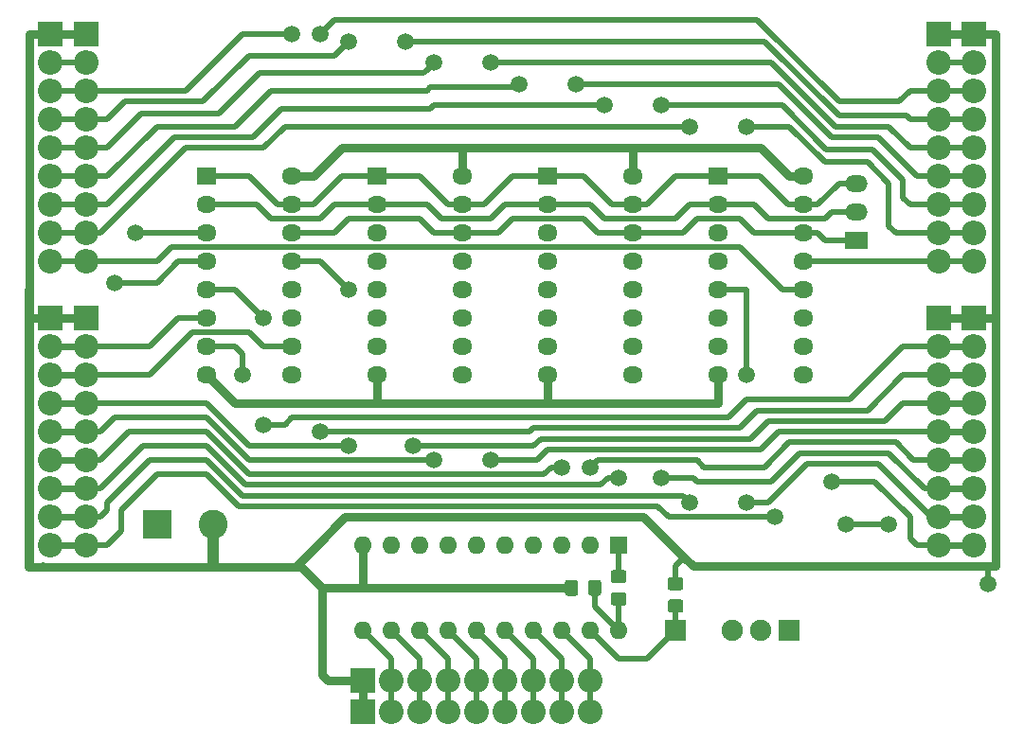
<source format=gbr>
%TF.GenerationSoftware,KiCad,Pcbnew,(5.1.8)-1*%
%TF.CreationDate,2023-02-18T12:33:22+03:00*%
%TF.ProjectId,MUX4x1,4d555834-7831-42e6-9b69-6361645f7063,rev?*%
%TF.SameCoordinates,Original*%
%TF.FileFunction,Copper,L2,Bot*%
%TF.FilePolarity,Positive*%
%FSLAX46Y46*%
G04 Gerber Fmt 4.6, Leading zero omitted, Abs format (unit mm)*
G04 Created by KiCad (PCBNEW (5.1.8)-1) date 2023-02-18 12:33:22*
%MOMM*%
%LPD*%
G01*
G04 APERTURE LIST*
%TA.AperFunction,ComponentPad*%
%ADD10O,1.900000X1.900000*%
%TD*%
%TA.AperFunction,ComponentPad*%
%ADD11R,1.900000X1.900000*%
%TD*%
%TA.AperFunction,ComponentPad*%
%ADD12O,2.200000X2.200000*%
%TD*%
%TA.AperFunction,ComponentPad*%
%ADD13R,2.200000X2.200000*%
%TD*%
%TA.AperFunction,ComponentPad*%
%ADD14O,1.800000X1.500000*%
%TD*%
%TA.AperFunction,ComponentPad*%
%ADD15R,1.800000X1.500000*%
%TD*%
%TA.AperFunction,ComponentPad*%
%ADD16O,2.000000X1.500000*%
%TD*%
%TA.AperFunction,ComponentPad*%
%ADD17R,2.000000X1.500000*%
%TD*%
%TA.AperFunction,ComponentPad*%
%ADD18R,2.600000X2.600000*%
%TD*%
%TA.AperFunction,ComponentPad*%
%ADD19C,2.600000*%
%TD*%
%TA.AperFunction,ComponentPad*%
%ADD20R,1.600000X1.600000*%
%TD*%
%TA.AperFunction,ComponentPad*%
%ADD21O,1.600000X1.600000*%
%TD*%
%TA.AperFunction,ViaPad*%
%ADD22C,1.500000*%
%TD*%
%TA.AperFunction,Conductor*%
%ADD23C,0.800000*%
%TD*%
%TA.AperFunction,Conductor*%
%ADD24C,0.500000*%
%TD*%
%TA.AperFunction,Conductor*%
%ADD25C,1.000000*%
%TD*%
%TA.AperFunction,Conductor*%
%ADD26C,0.600000*%
%TD*%
G04 APERTURE END LIST*
D10*
%TO.P,J14,3*%
%TO.N,/~E*%
X134620000Y-114300000D03*
%TO.P,J14,2*%
%TO.N,/S1*%
X137160000Y-114300000D03*
D11*
%TO.P,J14,1*%
%TO.N,/S0*%
X139700000Y-114300000D03*
%TD*%
%TO.P,R5,2*%
%TO.N,/~OE*%
%TA.AperFunction,SMDPad,CuDef*%
G36*
G01*
X129089999Y-111525000D02*
X129990001Y-111525000D01*
G75*
G02*
X130240000Y-111774999I0J-249999D01*
G01*
X130240000Y-112475001D01*
G75*
G02*
X129990001Y-112725000I-249999J0D01*
G01*
X129089999Y-112725000D01*
G75*
G02*
X128840000Y-112475001I0J249999D01*
G01*
X128840000Y-111774999D01*
G75*
G02*
X129089999Y-111525000I249999J0D01*
G01*
G37*
%TD.AperFunction*%
%TO.P,R5,1*%
%TO.N,GND*%
%TA.AperFunction,SMDPad,CuDef*%
G36*
G01*
X129089999Y-109525000D02*
X129990001Y-109525000D01*
G75*
G02*
X130240000Y-109774999I0J-249999D01*
G01*
X130240000Y-110475001D01*
G75*
G02*
X129990001Y-110725000I-249999J0D01*
G01*
X129089999Y-110725000D01*
G75*
G02*
X128840000Y-110475001I0J249999D01*
G01*
X128840000Y-109774999D01*
G75*
G02*
X129089999Y-109525000I249999J0D01*
G01*
G37*
%TD.AperFunction*%
%TD*%
%TO.P,J13,1*%
%TO.N,/~OE*%
X129540000Y-114300000D03*
%TD*%
%TO.P,C3,2*%
%TO.N,GND*%
%TA.AperFunction,SMDPad,CuDef*%
G36*
G01*
X120835000Y-110015000D02*
X120835000Y-110965000D01*
G75*
G02*
X120585000Y-111215000I-250000J0D01*
G01*
X119910000Y-111215000D01*
G75*
G02*
X119660000Y-110965000I0J250000D01*
G01*
X119660000Y-110015000D01*
G75*
G02*
X119910000Y-109765000I250000J0D01*
G01*
X120585000Y-109765000D01*
G75*
G02*
X120835000Y-110015000I0J-250000D01*
G01*
G37*
%TD.AperFunction*%
%TO.P,C3,1*%
%TO.N,VCC*%
%TA.AperFunction,SMDPad,CuDef*%
G36*
G01*
X122910000Y-110015000D02*
X122910000Y-110965000D01*
G75*
G02*
X122660000Y-111215000I-250000J0D01*
G01*
X121985000Y-111215000D01*
G75*
G02*
X121735000Y-110965000I0J250000D01*
G01*
X121735000Y-110015000D01*
G75*
G02*
X121985000Y-109765000I250000J0D01*
G01*
X122660000Y-109765000D01*
G75*
G02*
X122910000Y-110015000I0J-250000D01*
G01*
G37*
%TD.AperFunction*%
%TD*%
D12*
%TO.P,J12,9*%
%TO.N,/BUS7*%
X121920000Y-121602500D03*
%TO.P,J12,8*%
%TO.N,/BUS6*%
X119380000Y-121602500D03*
%TO.P,J12,7*%
%TO.N,/BUS5*%
X116840000Y-121602500D03*
%TO.P,J12,6*%
%TO.N,/BUS4*%
X114300000Y-121602500D03*
%TO.P,J12,5*%
%TO.N,/BUS3*%
X111760000Y-121602500D03*
%TO.P,J12,4*%
%TO.N,/BUS2*%
X109220000Y-121602500D03*
%TO.P,J12,3*%
%TO.N,/BUS1*%
X106680000Y-121602500D03*
%TO.P,J12,2*%
%TO.N,/BUS0*%
X104140000Y-121602500D03*
D13*
%TO.P,J12,1*%
%TO.N,GND*%
X101600000Y-121602500D03*
%TD*%
D12*
%TO.P,J11,9*%
%TO.N,/D7*%
X156210000Y-81280000D03*
%TO.P,J11,8*%
%TO.N,/D6*%
X156210000Y-78740000D03*
%TO.P,J11,7*%
%TO.N,/D5*%
X156210000Y-76200000D03*
%TO.P,J11,6*%
%TO.N,/D4*%
X156210000Y-73660000D03*
%TO.P,J11,5*%
%TO.N,/D3*%
X156210000Y-71120000D03*
%TO.P,J11,4*%
%TO.N,/D2*%
X156210000Y-68580000D03*
%TO.P,J11,3*%
%TO.N,/D1*%
X156210000Y-66040000D03*
%TO.P,J11,2*%
%TO.N,/D0*%
X156210000Y-63500000D03*
D13*
%TO.P,J11,1*%
%TO.N,GND*%
X156210000Y-60960000D03*
%TD*%
D12*
%TO.P,J10,9*%
%TO.N,/C7*%
X73660000Y-81280000D03*
%TO.P,J10,8*%
%TO.N,/C6*%
X73660000Y-78740000D03*
%TO.P,J10,7*%
%TO.N,/C5*%
X73660000Y-76200000D03*
%TO.P,J10,6*%
%TO.N,/C4*%
X73660000Y-73660000D03*
%TO.P,J10,5*%
%TO.N,/C3*%
X73660000Y-71120000D03*
%TO.P,J10,4*%
%TO.N,/C2*%
X73660000Y-68580000D03*
%TO.P,J10,3*%
%TO.N,/C1*%
X73660000Y-66040000D03*
%TO.P,J10,2*%
%TO.N,/C0*%
X73660000Y-63500000D03*
D13*
%TO.P,J10,1*%
%TO.N,GND*%
X73660000Y-60960000D03*
%TD*%
D12*
%TO.P,J9,9*%
%TO.N,/B7*%
X156210000Y-106680000D03*
%TO.P,J9,8*%
%TO.N,/B6*%
X156210000Y-104140000D03*
%TO.P,J9,7*%
%TO.N,/B5*%
X156210000Y-101600000D03*
%TO.P,J9,6*%
%TO.N,/B4*%
X156210000Y-99060000D03*
%TO.P,J9,5*%
%TO.N,/B3*%
X156210000Y-96520000D03*
%TO.P,J9,4*%
%TO.N,/B2*%
X156210000Y-93980000D03*
%TO.P,J9,3*%
%TO.N,/B1*%
X156210000Y-91440000D03*
%TO.P,J9,2*%
%TO.N,/B0*%
X156210000Y-88900000D03*
D13*
%TO.P,J9,1*%
%TO.N,GND*%
X156210000Y-86360000D03*
%TD*%
D12*
%TO.P,J8,9*%
%TO.N,/A7*%
X73660000Y-106680000D03*
%TO.P,J8,8*%
%TO.N,/A6*%
X73660000Y-104140000D03*
%TO.P,J8,7*%
%TO.N,/A5*%
X73660000Y-101600000D03*
%TO.P,J8,6*%
%TO.N,/A4*%
X73660000Y-99060000D03*
%TO.P,J8,5*%
%TO.N,/A3*%
X73660000Y-96520000D03*
%TO.P,J8,4*%
%TO.N,/A2*%
X73660000Y-93980000D03*
%TO.P,J8,3*%
%TO.N,/A1*%
X73660000Y-91440000D03*
%TO.P,J8,2*%
%TO.N,/A0*%
X73660000Y-88900000D03*
D13*
%TO.P,J8,1*%
%TO.N,GND*%
X73660000Y-86360000D03*
%TD*%
D14*
%TO.P,U2,16*%
%TO.N,VCC*%
X110490000Y-73660000D03*
%TO.P,U2,8*%
%TO.N,GND*%
X102870000Y-91440000D03*
%TO.P,U2,15*%
%TO.N,/~E*%
X110490000Y-76200000D03*
%TO.P,U2,7*%
%TO.N,/O2*%
X102870000Y-88900000D03*
%TO.P,U2,14*%
%TO.N,/S0*%
X110490000Y-78740000D03*
%TO.P,U2,6*%
%TO.N,/A2*%
X102870000Y-86360000D03*
%TO.P,U2,13*%
%TO.N,/D3*%
X110490000Y-81280000D03*
%TO.P,U2,5*%
%TO.N,/B2*%
X102870000Y-83820000D03*
%TO.P,U2,12*%
%TO.N,/C3*%
X110490000Y-83820000D03*
%TO.P,U2,4*%
%TO.N,/C2*%
X102870000Y-81280000D03*
%TO.P,U2,11*%
%TO.N,/B3*%
X110490000Y-86360000D03*
%TO.P,U2,3*%
%TO.N,/D2*%
X102870000Y-78740000D03*
%TO.P,U2,10*%
%TO.N,/A3*%
X110490000Y-88900000D03*
%TO.P,U2,2*%
%TO.N,/S1*%
X102870000Y-76200000D03*
%TO.P,U2,9*%
%TO.N,/O3*%
X110490000Y-91440000D03*
D15*
%TO.P,U2,1*%
%TO.N,/~E*%
X102870000Y-73660000D03*
%TD*%
D16*
%TO.P,J7,3*%
%TO.N,/~E*%
X145732500Y-74295000D03*
%TO.P,J7,2*%
%TO.N,/S1*%
X145732500Y-76835000D03*
D17*
%TO.P,J7,1*%
%TO.N,/S0*%
X145732500Y-79375000D03*
%TD*%
D18*
%TO.P,J1,1*%
%TO.N,VCC*%
X83185000Y-104775000D03*
D19*
%TO.P,J1,2*%
%TO.N,GND*%
X88185000Y-104775000D03*
%TD*%
D13*
%TO.P,J2,1*%
%TO.N,GND*%
X76835000Y-86360000D03*
D12*
%TO.P,J2,2*%
%TO.N,/A0*%
X76835000Y-88900000D03*
%TO.P,J2,3*%
%TO.N,/A1*%
X76835000Y-91440000D03*
%TO.P,J2,4*%
%TO.N,/A2*%
X76835000Y-93980000D03*
%TO.P,J2,5*%
%TO.N,/A3*%
X76835000Y-96520000D03*
%TO.P,J2,6*%
%TO.N,/A4*%
X76835000Y-99060000D03*
%TO.P,J2,7*%
%TO.N,/A5*%
X76835000Y-101600000D03*
%TO.P,J2,8*%
%TO.N,/A6*%
X76835000Y-104140000D03*
%TO.P,J2,9*%
%TO.N,/A7*%
X76835000Y-106680000D03*
%TD*%
%TO.P,J3,9*%
%TO.N,/B7*%
X153035000Y-106680000D03*
%TO.P,J3,8*%
%TO.N,/B6*%
X153035000Y-104140000D03*
%TO.P,J3,7*%
%TO.N,/B5*%
X153035000Y-101600000D03*
%TO.P,J3,6*%
%TO.N,/B4*%
X153035000Y-99060000D03*
%TO.P,J3,5*%
%TO.N,/B3*%
X153035000Y-96520000D03*
%TO.P,J3,4*%
%TO.N,/B2*%
X153035000Y-93980000D03*
%TO.P,J3,3*%
%TO.N,/B1*%
X153035000Y-91440000D03*
%TO.P,J3,2*%
%TO.N,/B0*%
X153035000Y-88900000D03*
D13*
%TO.P,J3,1*%
%TO.N,GND*%
X153035000Y-86360000D03*
%TD*%
%TO.P,J4,1*%
%TO.N,GND*%
X76835000Y-60960000D03*
D12*
%TO.P,J4,2*%
%TO.N,/C0*%
X76835000Y-63500000D03*
%TO.P,J4,3*%
%TO.N,/C1*%
X76835000Y-66040000D03*
%TO.P,J4,4*%
%TO.N,/C2*%
X76835000Y-68580000D03*
%TO.P,J4,5*%
%TO.N,/C3*%
X76835000Y-71120000D03*
%TO.P,J4,6*%
%TO.N,/C4*%
X76835000Y-73660000D03*
%TO.P,J4,7*%
%TO.N,/C5*%
X76835000Y-76200000D03*
%TO.P,J4,8*%
%TO.N,/C6*%
X76835000Y-78740000D03*
%TO.P,J4,9*%
%TO.N,/C7*%
X76835000Y-81280000D03*
%TD*%
%TO.P,J5,9*%
%TO.N,/D7*%
X153035000Y-81280000D03*
%TO.P,J5,8*%
%TO.N,/D6*%
X153035000Y-78740000D03*
%TO.P,J5,7*%
%TO.N,/D5*%
X153035000Y-76200000D03*
%TO.P,J5,6*%
%TO.N,/D4*%
X153035000Y-73660000D03*
%TO.P,J5,5*%
%TO.N,/D3*%
X153035000Y-71120000D03*
%TO.P,J5,4*%
%TO.N,/D2*%
X153035000Y-68580000D03*
%TO.P,J5,3*%
%TO.N,/D1*%
X153035000Y-66040000D03*
%TO.P,J5,2*%
%TO.N,/D0*%
X153035000Y-63500000D03*
D13*
%TO.P,J5,1*%
%TO.N,GND*%
X153035000Y-60960000D03*
%TD*%
%TO.P,J6,1*%
%TO.N,GND*%
X101600000Y-118745000D03*
D12*
%TO.P,J6,2*%
%TO.N,/BUS0*%
X104140000Y-118745000D03*
%TO.P,J6,3*%
%TO.N,/BUS1*%
X106680000Y-118745000D03*
%TO.P,J6,4*%
%TO.N,/BUS2*%
X109220000Y-118745000D03*
%TO.P,J6,5*%
%TO.N,/BUS3*%
X111760000Y-118745000D03*
%TO.P,J6,6*%
%TO.N,/BUS4*%
X114300000Y-118745000D03*
%TO.P,J6,7*%
%TO.N,/BUS5*%
X116840000Y-118745000D03*
%TO.P,J6,8*%
%TO.N,/BUS6*%
X119380000Y-118745000D03*
%TO.P,J6,9*%
%TO.N,/BUS7*%
X121920000Y-118745000D03*
%TD*%
D15*
%TO.P,U1,1*%
%TO.N,/~E*%
X87630000Y-73660000D03*
D14*
%TO.P,U1,9*%
%TO.N,/O1*%
X95250000Y-91440000D03*
%TO.P,U1,2*%
%TO.N,/S1*%
X87630000Y-76200000D03*
%TO.P,U1,10*%
%TO.N,/A1*%
X95250000Y-88900000D03*
%TO.P,U1,3*%
%TO.N,/D0*%
X87630000Y-78740000D03*
%TO.P,U1,11*%
%TO.N,/B1*%
X95250000Y-86360000D03*
%TO.P,U1,4*%
%TO.N,/C0*%
X87630000Y-81280000D03*
%TO.P,U1,12*%
%TO.N,/C1*%
X95250000Y-83820000D03*
%TO.P,U1,5*%
%TO.N,/B0*%
X87630000Y-83820000D03*
%TO.P,U1,13*%
%TO.N,/D1*%
X95250000Y-81280000D03*
%TO.P,U1,6*%
%TO.N,/A0*%
X87630000Y-86360000D03*
%TO.P,U1,14*%
%TO.N,/S0*%
X95250000Y-78740000D03*
%TO.P,U1,7*%
%TO.N,/O0*%
X87630000Y-88900000D03*
%TO.P,U1,15*%
%TO.N,/~E*%
X95250000Y-76200000D03*
%TO.P,U1,8*%
%TO.N,GND*%
X87630000Y-91440000D03*
%TO.P,U1,16*%
%TO.N,VCC*%
X95250000Y-73660000D03*
%TD*%
D15*
%TO.P,U3,1*%
%TO.N,/~E*%
X118110000Y-73660000D03*
D14*
%TO.P,U3,9*%
%TO.N,/O5*%
X125730000Y-91440000D03*
%TO.P,U3,2*%
%TO.N,/S1*%
X118110000Y-76200000D03*
%TO.P,U3,10*%
%TO.N,/A5*%
X125730000Y-88900000D03*
%TO.P,U3,3*%
%TO.N,/D4*%
X118110000Y-78740000D03*
%TO.P,U3,11*%
%TO.N,/B5*%
X125730000Y-86360000D03*
%TO.P,U3,4*%
%TO.N,/C4*%
X118110000Y-81280000D03*
%TO.P,U3,12*%
%TO.N,/C5*%
X125730000Y-83820000D03*
%TO.P,U3,5*%
%TO.N,/B4*%
X118110000Y-83820000D03*
%TO.P,U3,13*%
%TO.N,/D5*%
X125730000Y-81280000D03*
%TO.P,U3,6*%
%TO.N,/A4*%
X118110000Y-86360000D03*
%TO.P,U3,14*%
%TO.N,/S0*%
X125730000Y-78740000D03*
%TO.P,U3,7*%
%TO.N,/O4*%
X118110000Y-88900000D03*
%TO.P,U3,15*%
%TO.N,/~E*%
X125730000Y-76200000D03*
%TO.P,U3,8*%
%TO.N,GND*%
X118110000Y-91440000D03*
%TO.P,U3,16*%
%TO.N,VCC*%
X125730000Y-73660000D03*
%TD*%
%TO.P,U4,16*%
%TO.N,VCC*%
X140970000Y-73660000D03*
%TO.P,U4,8*%
%TO.N,GND*%
X133350000Y-91440000D03*
%TO.P,U4,15*%
%TO.N,/~E*%
X140970000Y-76200000D03*
%TO.P,U4,7*%
%TO.N,/O6*%
X133350000Y-88900000D03*
%TO.P,U4,14*%
%TO.N,/S0*%
X140970000Y-78740000D03*
%TO.P,U4,6*%
%TO.N,/A6*%
X133350000Y-86360000D03*
%TO.P,U4,13*%
%TO.N,/D7*%
X140970000Y-81280000D03*
%TO.P,U4,5*%
%TO.N,/B6*%
X133350000Y-83820000D03*
%TO.P,U4,12*%
%TO.N,/C7*%
X140970000Y-83820000D03*
%TO.P,U4,4*%
%TO.N,/C6*%
X133350000Y-81280000D03*
%TO.P,U4,11*%
%TO.N,/B7*%
X140970000Y-86360000D03*
%TO.P,U4,3*%
%TO.N,/D6*%
X133350000Y-78740000D03*
%TO.P,U4,10*%
%TO.N,/A7*%
X140970000Y-88900000D03*
%TO.P,U4,2*%
%TO.N,/S1*%
X133350000Y-76200000D03*
%TO.P,U4,9*%
%TO.N,/O7*%
X140970000Y-91440000D03*
D15*
%TO.P,U4,1*%
%TO.N,/~E*%
X133350000Y-73660000D03*
%TD*%
%TO.P,R4,1*%
%TO.N,Net-(R4-Pad1)*%
%TA.AperFunction,SMDPad,CuDef*%
G36*
G01*
X124009999Y-108890000D02*
X124910001Y-108890000D01*
G75*
G02*
X125160000Y-109139999I0J-249999D01*
G01*
X125160000Y-109840001D01*
G75*
G02*
X124910001Y-110090000I-249999J0D01*
G01*
X124009999Y-110090000D01*
G75*
G02*
X123760000Y-109840001I0J249999D01*
G01*
X123760000Y-109139999D01*
G75*
G02*
X124009999Y-108890000I249999J0D01*
G01*
G37*
%TD.AperFunction*%
%TO.P,R4,2*%
%TO.N,VCC*%
%TA.AperFunction,SMDPad,CuDef*%
G36*
G01*
X124009999Y-110890000D02*
X124910001Y-110890000D01*
G75*
G02*
X125160000Y-111139999I0J-249999D01*
G01*
X125160000Y-111840001D01*
G75*
G02*
X124910001Y-112090000I-249999J0D01*
G01*
X124009999Y-112090000D01*
G75*
G02*
X123760000Y-111840001I0J249999D01*
G01*
X123760000Y-111139999D01*
G75*
G02*
X124009999Y-110890000I249999J0D01*
G01*
G37*
%TD.AperFunction*%
%TD*%
D20*
%TO.P,U5,1*%
%TO.N,Net-(R4-Pad1)*%
X124460000Y-106680000D03*
D21*
%TO.P,U5,11*%
%TO.N,/BUS0*%
X101600000Y-114300000D03*
%TO.P,U5,2*%
%TO.N,/O7*%
X121920000Y-106680000D03*
%TO.P,U5,12*%
%TO.N,/BUS1*%
X104140000Y-114300000D03*
%TO.P,U5,3*%
%TO.N,/O6*%
X119380000Y-106680000D03*
%TO.P,U5,13*%
%TO.N,/BUS2*%
X106680000Y-114300000D03*
%TO.P,U5,4*%
%TO.N,/O5*%
X116840000Y-106680000D03*
%TO.P,U5,14*%
%TO.N,/BUS3*%
X109220000Y-114300000D03*
%TO.P,U5,5*%
%TO.N,/O4*%
X114300000Y-106680000D03*
%TO.P,U5,15*%
%TO.N,/BUS4*%
X111760000Y-114300000D03*
%TO.P,U5,6*%
%TO.N,/O3*%
X111760000Y-106680000D03*
%TO.P,U5,16*%
%TO.N,/BUS5*%
X114300000Y-114300000D03*
%TO.P,U5,7*%
%TO.N,/O2*%
X109220000Y-106680000D03*
%TO.P,U5,17*%
%TO.N,/BUS6*%
X116840000Y-114300000D03*
%TO.P,U5,8*%
%TO.N,/O1*%
X106680000Y-106680000D03*
%TO.P,U5,18*%
%TO.N,/BUS7*%
X119380000Y-114300000D03*
%TO.P,U5,9*%
%TO.N,/O0*%
X104140000Y-106680000D03*
%TO.P,U5,19*%
%TO.N,/~OE*%
X121920000Y-114300000D03*
%TO.P,U5,10*%
%TO.N,GND*%
X101600000Y-106680000D03*
%TO.P,U5,20*%
%TO.N,VCC*%
X124460000Y-114300000D03*
%TD*%
D22*
%TO.N,GND*%
X157480000Y-110172500D03*
%TO.N,/A2*%
X100330000Y-97790000D03*
%TO.N,/A3*%
X107950000Y-99060000D03*
%TO.N,/A4*%
X119380000Y-99695000D03*
%TO.N,/A5*%
X124460000Y-100647500D03*
%TO.N,/A6*%
X130810000Y-102870000D03*
%TO.N,/A7*%
X138430000Y-104140000D03*
%TO.N,/B7*%
X143510000Y-100965000D03*
%TO.N,/B6*%
X135890000Y-102870000D03*
X135890000Y-91440000D03*
%TO.N,/B5*%
X128270000Y-100647500D03*
%TO.N,/B4*%
X121920000Y-99695000D03*
%TO.N,/B3*%
X113030000Y-99060000D03*
%TO.N,/B2*%
X106045000Y-97790000D03*
%TO.N,/B1*%
X97790000Y-96520000D03*
%TO.N,/B0*%
X92710000Y-95885000D03*
X92710000Y-86360000D03*
%TO.N,/C0*%
X79375000Y-83185000D03*
%TO.N,/C1*%
X95250000Y-60960000D03*
%TO.N,/C2*%
X100330000Y-61595000D03*
%TO.N,/C3*%
X107950000Y-63500000D03*
%TO.N,/C4*%
X115570000Y-65405000D03*
%TO.N,/C5*%
X123190000Y-67310000D03*
%TO.N,/C6*%
X130810000Y-69215000D03*
%TO.N,/D6*%
X135890000Y-69215000D03*
%TO.N,/D5*%
X128270000Y-67310000D03*
%TO.N,/D4*%
X120650000Y-65405000D03*
%TO.N,/D3*%
X113030000Y-63500000D03*
%TO.N,/D2*%
X105410000Y-61595000D03*
%TO.N,/D1*%
X97790000Y-60960000D03*
X100330000Y-83820000D03*
%TO.N,/D0*%
X81280000Y-78740000D03*
%TO.N,/O0*%
X90805000Y-91440000D03*
%TO.N,/S1*%
X148590000Y-104775000D03*
X144780000Y-104775000D03*
%TD*%
D23*
%TO.N,VCC*%
X110490000Y-71120000D02*
X110490000Y-73660000D01*
X125730000Y-71120000D02*
X125730000Y-73660000D01*
X140970000Y-73660000D02*
X139700000Y-73660000D01*
X139700000Y-73660000D02*
X137160000Y-71120000D01*
X125730000Y-71120000D02*
X137160000Y-71120000D01*
X97155000Y-73660000D02*
X99695000Y-71120000D01*
X95250000Y-73660000D02*
X97155000Y-73660000D01*
X99695000Y-71120000D02*
X110490000Y-71120000D01*
D24*
X124460000Y-111490000D02*
X124460000Y-114300000D01*
D23*
X110490000Y-71120000D02*
X125730000Y-71120000D01*
D24*
X122322500Y-112162500D02*
X124460000Y-114300000D01*
X122322500Y-110490000D02*
X122322500Y-112162500D01*
D23*
%TO.N,GND*%
X133350000Y-108565000D02*
X133340000Y-108575000D01*
X133340000Y-108575000D02*
X150505000Y-108575000D01*
X133350000Y-91440000D02*
X133350000Y-93980000D01*
X102870000Y-91440000D02*
X102870000Y-93980000D01*
X118110000Y-91440000D02*
X118110000Y-93980000D01*
X118110000Y-93980000D02*
X133350000Y-93980000D01*
X102870000Y-93980000D02*
X118110000Y-93980000D01*
X153035000Y-86360000D02*
X156210000Y-86360000D01*
X158115000Y-83820000D02*
X158115000Y-108575000D01*
X156210000Y-86360000D02*
X158115000Y-86360000D01*
X72995010Y-108594990D02*
X73015000Y-108575000D01*
X71755000Y-108594990D02*
X72995010Y-108594990D01*
X71755000Y-88900000D02*
X71755000Y-108594990D01*
X71745010Y-88890010D02*
X71755000Y-88900000D01*
X71745010Y-83820000D02*
X71745010Y-88890010D01*
X76835000Y-86360000D02*
X71745010Y-86360000D01*
D25*
X88185000Y-104775000D02*
X88185000Y-108520000D01*
D23*
X72995010Y-108594990D02*
X88185000Y-108594990D01*
X88185000Y-108594990D02*
X95557510Y-108594990D01*
X97155000Y-106997500D02*
X95557510Y-108594990D01*
X158115000Y-60960000D02*
X153035000Y-60960000D01*
X158115000Y-83820000D02*
X158115000Y-60960000D01*
X71745010Y-108594990D02*
X73058988Y-108594990D01*
X71745010Y-83820000D02*
X71745010Y-108594990D01*
X71755000Y-107291002D02*
X71755000Y-60960000D01*
X71755000Y-60960000D02*
X76835000Y-60960000D01*
X90170000Y-93980000D02*
X87630000Y-91440000D01*
X102870000Y-93980000D02*
X90170000Y-93980000D01*
X100012500Y-104140000D02*
X125095000Y-104140000D01*
X97155000Y-106997500D02*
X100012500Y-104140000D01*
X96053339Y-108594990D02*
X97948349Y-110490000D01*
X95557510Y-108594990D02*
X96053339Y-108594990D01*
X101600000Y-106680000D02*
X101600000Y-110490000D01*
X101600000Y-110490000D02*
X120247500Y-110490000D01*
X97948349Y-110490000D02*
X101600000Y-110490000D01*
X101600000Y-121602500D02*
X101600000Y-118745000D01*
X101600000Y-118745000D02*
X98425000Y-118745000D01*
X97948349Y-118268349D02*
X97948349Y-110490000D01*
X98425000Y-118745000D02*
X97948349Y-118268349D01*
X150505000Y-108575000D02*
X158115000Y-108575000D01*
D24*
X129530000Y-110115000D02*
X129540000Y-110125000D01*
X129530000Y-108575000D02*
X129530000Y-110115000D01*
X157480000Y-108585000D02*
X157480000Y-110172500D01*
D23*
X125095000Y-104140000D02*
X126682500Y-104140000D01*
X133340000Y-108575000D02*
X131117500Y-108575000D01*
D24*
X129550000Y-108575000D02*
X130333750Y-107791250D01*
X129530000Y-108575000D02*
X129550000Y-108575000D01*
D23*
X130333750Y-107791250D02*
X131117500Y-108575000D01*
X126682500Y-104140000D02*
X130333750Y-107791250D01*
D24*
%TO.N,/A0*%
X85090000Y-86360000D02*
X87630000Y-86360000D01*
X82550000Y-88900000D02*
X85090000Y-86360000D01*
X76200000Y-88900000D02*
X82550000Y-88900000D01*
D26*
X73660000Y-88900000D02*
X76835000Y-88900000D01*
%TO.N,/A1*%
X73660000Y-91440000D02*
X76835000Y-91440000D01*
D24*
X91440000Y-87630000D02*
X92710000Y-88900000D01*
X93345000Y-88900000D02*
X95250000Y-88900000D01*
X92710000Y-88900000D02*
X93345000Y-88900000D01*
X86360000Y-87630000D02*
X91440000Y-87630000D01*
X82550000Y-91440000D02*
X86360000Y-87630000D01*
X76200000Y-91440000D02*
X82550000Y-91440000D01*
D26*
%TO.N,/A2*%
X73660000Y-93980000D02*
X76835000Y-93980000D01*
D24*
X91440000Y-97790000D02*
X100330000Y-97790000D01*
X87630000Y-93980000D02*
X91440000Y-97790000D01*
X76200000Y-93980000D02*
X87630000Y-93980000D01*
D26*
%TO.N,/A3*%
X73660000Y-96520000D02*
X76835000Y-96520000D01*
D24*
X78105000Y-96520000D02*
X76200000Y-96520000D01*
X79375000Y-95250000D02*
X78105000Y-96520000D01*
X87630000Y-95250000D02*
X79375000Y-95250000D01*
X91440000Y-99060000D02*
X87630000Y-95250000D01*
X107950000Y-99060000D02*
X91440000Y-99060000D01*
D26*
%TO.N,/A4*%
X73660000Y-99060000D02*
X76835000Y-99060000D01*
D24*
X78105000Y-99060000D02*
X76200000Y-99060000D01*
X80645000Y-96520000D02*
X78105000Y-99060000D01*
X87630000Y-96520000D02*
X80645000Y-96520000D01*
X91440000Y-100330000D02*
X87630000Y-96520000D01*
X117792500Y-100330000D02*
X91440000Y-100330000D01*
X118427500Y-99695000D02*
X117792500Y-100330000D01*
X119380000Y-99695000D02*
X118427500Y-99695000D01*
D26*
%TO.N,/A5*%
X73660000Y-101600000D02*
X76835000Y-101600000D01*
D24*
X78105000Y-101600000D02*
X76200000Y-101600000D01*
X81915000Y-97790000D02*
X78105000Y-101600000D01*
X87630000Y-97790000D02*
X81915000Y-97790000D01*
X91122500Y-101282500D02*
X87630000Y-97790000D01*
X122872500Y-101282500D02*
X91122500Y-101282500D01*
X123507500Y-100647500D02*
X122872500Y-101282500D01*
X124460000Y-100647500D02*
X123507500Y-100647500D01*
D26*
%TO.N,/A6*%
X73660000Y-104140000D02*
X76835000Y-104140000D01*
D24*
X130175000Y-102235000D02*
X130810000Y-102870000D01*
X90805000Y-102235000D02*
X130175000Y-102235000D01*
X87630000Y-99060000D02*
X90805000Y-102235000D01*
X82550000Y-99060000D02*
X87630000Y-99060000D01*
X78740000Y-102870000D02*
X82550000Y-99060000D01*
X78740000Y-103505000D02*
X78740000Y-102870000D01*
X78105000Y-104140000D02*
X78740000Y-103505000D01*
X76200000Y-104140000D02*
X78105000Y-104140000D01*
D26*
%TO.N,/A7*%
X73660000Y-106680000D02*
X76835000Y-106680000D01*
D24*
X87630000Y-100330000D02*
X90487500Y-103187500D01*
X83185000Y-100330000D02*
X87630000Y-100330000D01*
X90487500Y-103187500D02*
X127952500Y-103187500D01*
X80010000Y-103505000D02*
X83185000Y-100330000D01*
X80010000Y-105410000D02*
X80010000Y-103505000D01*
X128905000Y-104140000D02*
X138430000Y-104140000D01*
X127952500Y-103187500D02*
X128905000Y-104140000D01*
X78740000Y-106680000D02*
X80010000Y-105410000D01*
X76835000Y-106680000D02*
X78740000Y-106680000D01*
D26*
%TO.N,/B7*%
X153035000Y-106680000D02*
X156210000Y-106680000D01*
D24*
X143510000Y-100965000D02*
X147320000Y-100965000D01*
X147320000Y-100965000D02*
X150495000Y-104140000D01*
X150495000Y-106045000D02*
X151130000Y-106680000D01*
X150495000Y-104140000D02*
X150495000Y-106045000D01*
X153670000Y-106680000D02*
X151130000Y-106680000D01*
%TO.N,/B6*%
X133350000Y-83820000D02*
X135890000Y-83820000D01*
X135890000Y-83820000D02*
X135890000Y-91440000D01*
D26*
X153035000Y-104140000D02*
X156210000Y-104140000D01*
D24*
X146050000Y-99377500D02*
X141287500Y-99377500D01*
X141287500Y-99377500D02*
X137795000Y-102870000D01*
X135890000Y-102870000D02*
X137795000Y-102870000D01*
X146050000Y-99377500D02*
X147637500Y-99377500D01*
X152400000Y-104140000D02*
X153035000Y-104140000D01*
X147637500Y-99377500D02*
X152400000Y-104140000D01*
D26*
%TO.N,/B5*%
X153035000Y-101600000D02*
X156210000Y-101600000D01*
D24*
X151765000Y-101600000D02*
X153670000Y-101600000D01*
X148590000Y-98425000D02*
X151765000Y-101600000D01*
X140652500Y-98425000D02*
X148590000Y-98425000D01*
X138112500Y-100965000D02*
X140652500Y-98425000D01*
X131127500Y-100647500D02*
X131445000Y-100965000D01*
X128270000Y-100647500D02*
X131127500Y-100647500D01*
X131445000Y-100965000D02*
X138112500Y-100965000D01*
D26*
%TO.N,/B4*%
X153035000Y-99060000D02*
X156210000Y-99060000D01*
D24*
X150812500Y-99060000D02*
X153670000Y-99060000D01*
X149225000Y-97472500D02*
X150812500Y-99060000D01*
X139700000Y-97472500D02*
X149225000Y-97472500D01*
X137477500Y-99695000D02*
X139700000Y-97472500D01*
X132080000Y-99695000D02*
X137477500Y-99695000D01*
X131445000Y-99060000D02*
X132080000Y-99695000D01*
X122555000Y-99060000D02*
X131445000Y-99060000D01*
X121920000Y-99695000D02*
X122555000Y-99060000D01*
D26*
%TO.N,/B3*%
X153035000Y-96520000D02*
X156210000Y-96520000D01*
D24*
X138747500Y-96520000D02*
X153670000Y-96520000D01*
X137160000Y-98107500D02*
X138747500Y-96520000D01*
X118110000Y-98107500D02*
X137160000Y-98107500D01*
X117157500Y-99060000D02*
X118110000Y-98107500D01*
X113030000Y-99060000D02*
X117157500Y-99060000D01*
D26*
%TO.N,/B2*%
X153035000Y-93980000D02*
X156210000Y-93980000D01*
D24*
X149860000Y-93980000D02*
X153670000Y-93980000D01*
X148272500Y-95567500D02*
X149860000Y-93980000D01*
X136207500Y-97155000D02*
X137795000Y-95567500D01*
X117475000Y-97155000D02*
X136207500Y-97155000D01*
X116840000Y-97790000D02*
X117475000Y-97155000D01*
X137795000Y-95567500D02*
X148272500Y-95567500D01*
X106045000Y-97790000D02*
X116840000Y-97790000D01*
D26*
%TO.N,/B1*%
X153035000Y-91440000D02*
X156210000Y-91440000D01*
D24*
X149860000Y-91440000D02*
X153670000Y-91440000D01*
X146685000Y-94615000D02*
X149860000Y-91440000D01*
X136842500Y-94615000D02*
X146685000Y-94615000D01*
X135255000Y-96202500D02*
X136842500Y-94615000D01*
X116840000Y-96202500D02*
X135255000Y-96202500D01*
X116522500Y-96520000D02*
X116840000Y-96202500D01*
X97790000Y-96520000D02*
X116522500Y-96520000D01*
D26*
%TO.N,/B0*%
X153035000Y-88900000D02*
X156210000Y-88900000D01*
D24*
X94615000Y-95885000D02*
X92710000Y-95885000D01*
X95250000Y-95250000D02*
X94615000Y-95885000D01*
X153670000Y-88900000D02*
X149860000Y-88900000D01*
X135890000Y-93662500D02*
X134302500Y-95250000D01*
X145097500Y-93662500D02*
X135890000Y-93662500D01*
X134302500Y-95250000D02*
X95250000Y-95250000D01*
X149860000Y-88900000D02*
X145097500Y-93662500D01*
X90170000Y-83820000D02*
X87630000Y-83820000D01*
X92710000Y-86360000D02*
X90170000Y-83820000D01*
%TO.N,/C0*%
X87630000Y-81280000D02*
X85090000Y-81280000D01*
X85090000Y-81280000D02*
X83185000Y-83185000D01*
X83185000Y-83185000D02*
X79375000Y-83185000D01*
X73660000Y-63500000D02*
X76835000Y-63500000D01*
%TO.N,/C1*%
X73660000Y-66040000D02*
X85725000Y-66040000D01*
X95250000Y-60960000D02*
X90805000Y-60960000D01*
X85725000Y-66040000D02*
X90805000Y-60960000D01*
%TO.N,/C2*%
X78740000Y-68580000D02*
X73660000Y-68580000D01*
X80327500Y-66992500D02*
X78740000Y-68580000D01*
X87312500Y-66992500D02*
X80327500Y-66992500D01*
X99377500Y-62547500D02*
X100330000Y-61595000D01*
X99060000Y-62865000D02*
X99377500Y-62547500D01*
X91440000Y-62865000D02*
X99060000Y-62865000D01*
X91440000Y-62865000D02*
X87312500Y-66992500D01*
%TO.N,/C3*%
X78740000Y-71120000D02*
X73660000Y-71120000D01*
X81756250Y-68103750D02*
X78740000Y-71120000D01*
X88741250Y-68103750D02*
X81756250Y-68103750D01*
X107315000Y-64135000D02*
X107950000Y-63500000D01*
X106997500Y-64452500D02*
X107315000Y-64135000D01*
X92392500Y-64452500D02*
X106997500Y-64452500D01*
X92392500Y-64452500D02*
X88741250Y-68103750D01*
%TO.N,/C4*%
X78740000Y-73660000D02*
X73660000Y-73660000D01*
X83185000Y-69215000D02*
X78740000Y-73660000D01*
X90170000Y-69215000D02*
X83185000Y-69215000D01*
X115252500Y-65722500D02*
X115570000Y-65405000D01*
X107315000Y-66040000D02*
X107632500Y-65722500D01*
X93345000Y-66040000D02*
X107315000Y-66040000D01*
X107632500Y-65722500D02*
X115252500Y-65722500D01*
X93345000Y-66040000D02*
X90170000Y-69215000D01*
%TO.N,/C5*%
X84772500Y-70167500D02*
X91757500Y-70167500D01*
X78740000Y-76200000D02*
X84772500Y-70167500D01*
X73660000Y-76200000D02*
X78740000Y-76200000D01*
X107632500Y-67627500D02*
X107950000Y-67310000D01*
X94297500Y-67627500D02*
X107632500Y-67627500D01*
X107950000Y-67310000D02*
X123190000Y-67310000D01*
X91757500Y-70167500D02*
X94297500Y-67627500D01*
%TO.N,/C6*%
X94615000Y-69215000D02*
X130810000Y-69215000D01*
X92710000Y-71120000D02*
X94615000Y-69215000D01*
X85725000Y-71120000D02*
X92710000Y-71120000D01*
X78105000Y-78740000D02*
X85725000Y-71120000D01*
X73660000Y-78740000D02*
X78105000Y-78740000D01*
%TO.N,/C7*%
X139065000Y-83820000D02*
X140970000Y-83820000D01*
X135255000Y-80010000D02*
X139065000Y-83820000D01*
X84455000Y-80010000D02*
X135255000Y-80010000D01*
X83185000Y-81280000D02*
X84455000Y-80010000D01*
X73660000Y-81280000D02*
X83185000Y-81280000D01*
%TO.N,/D7*%
X140970000Y-81280000D02*
X142875000Y-81280000D01*
X142875000Y-81280000D02*
X146050000Y-81280000D01*
X153035000Y-81280000D02*
X148590000Y-81280000D01*
X146050000Y-81280000D02*
X148590000Y-81280000D01*
X153035000Y-81280000D02*
X156210000Y-81280000D01*
%TO.N,/D6*%
X148590000Y-78105000D02*
X148590000Y-74295000D01*
X149225000Y-78740000D02*
X148590000Y-78105000D01*
X156210000Y-78740000D02*
X149225000Y-78740000D01*
X142875000Y-72390000D02*
X139700000Y-69215000D01*
X146685000Y-72390000D02*
X142875000Y-72390000D01*
X139700000Y-69215000D02*
X135890000Y-69215000D01*
X148590000Y-74295000D02*
X146685000Y-72390000D01*
%TO.N,/D5*%
X139065000Y-67310000D02*
X128270000Y-67310000D01*
X143033750Y-71278750D02*
X139065000Y-67310000D01*
X147161250Y-71278750D02*
X143033750Y-71278750D01*
X149860000Y-73977500D02*
X147161250Y-71278750D01*
X149860000Y-75565000D02*
X149860000Y-73977500D01*
X150495000Y-76200000D02*
X149860000Y-75565000D01*
X156210000Y-76200000D02*
X150495000Y-76200000D01*
%TO.N,/D4*%
X138112500Y-65405000D02*
X120650000Y-65405000D01*
X138747500Y-65405000D02*
X138112500Y-65405000D01*
X143510000Y-70167500D02*
X138747500Y-65405000D01*
X147637500Y-70167500D02*
X143510000Y-70167500D01*
X151130000Y-73660000D02*
X147637500Y-70167500D01*
X156210000Y-73660000D02*
X151130000Y-73660000D01*
%TO.N,/D3*%
X156210000Y-71120000D02*
X150495000Y-71120000D01*
X148590000Y-69215000D02*
X143827500Y-69215000D01*
X150495000Y-71120000D02*
X148590000Y-69215000D01*
X143827500Y-69215000D02*
X138112500Y-63500000D01*
X113030000Y-63500000D02*
X138112500Y-63500000D01*
%TO.N,/D2*%
X150495000Y-68580000D02*
X156210000Y-68580000D01*
X150495000Y-68580000D02*
X150177500Y-68262500D01*
X150177500Y-68262500D02*
X144145000Y-68262500D01*
X144145000Y-68262500D02*
X137477500Y-61595000D01*
X105410000Y-61595000D02*
X137477500Y-61595000D01*
%TO.N,/D1*%
X97790000Y-81280000D02*
X95250000Y-81280000D01*
X97790000Y-81280000D02*
X100330000Y-83820000D01*
X136842500Y-59690000D02*
X99060000Y-59690000D01*
X144145000Y-66992500D02*
X136842500Y-59690000D01*
X149542500Y-66992500D02*
X144145000Y-66992500D01*
X99060000Y-59690000D02*
X97790000Y-60960000D01*
X150495000Y-66040000D02*
X149542500Y-66992500D01*
X156210000Y-66040000D02*
X150495000Y-66040000D01*
%TO.N,/D0*%
X153035000Y-63500000D02*
X156210000Y-63500000D01*
X87630000Y-78740000D02*
X81280000Y-78740000D01*
%TO.N,/O0*%
X87630000Y-88900000D02*
X90170000Y-88900000D01*
X90170000Y-88900000D02*
X90805000Y-89535000D01*
X90805000Y-89535000D02*
X90805000Y-91440000D01*
%TO.N,/~E*%
X133350000Y-73660000D02*
X137030000Y-73660000D01*
X137030000Y-73660000D02*
X139570000Y-76200000D01*
X140970000Y-76200000D02*
X139570000Y-76200000D01*
X95250000Y-76200000D02*
X97155000Y-76200000D01*
X97155000Y-76200000D02*
X99695000Y-73660000D01*
X102870000Y-73660000D02*
X99695000Y-73660000D01*
X112395000Y-76200000D02*
X114935000Y-73660000D01*
X110490000Y-76200000D02*
X112395000Y-76200000D01*
X118110000Y-73660000D02*
X114935000Y-73660000D01*
X129857500Y-73660000D02*
X133350000Y-73660000D01*
X129540000Y-73660000D02*
X129857500Y-73660000D01*
X127000000Y-76200000D02*
X129540000Y-73660000D01*
X125730000Y-76200000D02*
X127000000Y-76200000D01*
X109220000Y-76200000D02*
X110490000Y-76200000D01*
X106680000Y-73660000D02*
X109220000Y-76200000D01*
X102870000Y-73660000D02*
X106680000Y-73660000D01*
X144145000Y-74295000D02*
X145732500Y-74295000D01*
X142240000Y-76200000D02*
X144145000Y-74295000D01*
X140970000Y-76200000D02*
X142240000Y-76200000D01*
X93980000Y-76200000D02*
X95250000Y-76200000D01*
X91440000Y-73660000D02*
X93980000Y-76200000D01*
X87630000Y-73660000D02*
X91440000Y-73660000D01*
X123825000Y-76200000D02*
X125730000Y-76200000D01*
X121285000Y-73660000D02*
X123825000Y-76200000D01*
X118110000Y-73660000D02*
X121285000Y-73660000D01*
%TO.N,/S1*%
X136525000Y-76200000D02*
X137795000Y-77470000D01*
X133350000Y-76200000D02*
X136525000Y-76200000D01*
X108585000Y-77470000D02*
X113030000Y-77470000D01*
X113030000Y-77470000D02*
X114300000Y-76200000D01*
X107315000Y-76200000D02*
X108585000Y-77470000D01*
X114300000Y-76200000D02*
X118110000Y-76200000D01*
X102870000Y-76200000D02*
X107315000Y-76200000D01*
X145732500Y-76835000D02*
X143510000Y-76835000D01*
X142875000Y-77470000D02*
X137795000Y-77470000D01*
X143510000Y-76835000D02*
X142875000Y-77470000D01*
X130810000Y-76200000D02*
X133350000Y-76200000D01*
X129540000Y-77470000D02*
X130810000Y-76200000D01*
X123190000Y-77470000D02*
X129540000Y-77470000D01*
X121920000Y-76200000D02*
X123190000Y-77470000D01*
X118110000Y-76200000D02*
X121920000Y-76200000D01*
X97790000Y-77470000D02*
X99060000Y-76200000D01*
X93345000Y-77470000D02*
X97790000Y-77470000D01*
X99060000Y-76200000D02*
X102870000Y-76200000D01*
X92075000Y-76200000D02*
X93345000Y-77470000D01*
X87630000Y-76200000D02*
X92075000Y-76200000D01*
X144780000Y-104775000D02*
X148590000Y-104775000D01*
%TO.N,/S0*%
X140970000Y-78740000D02*
X142240000Y-78740000D01*
X106680000Y-77470000D02*
X107950000Y-78740000D01*
X100330000Y-77470000D02*
X106680000Y-77470000D01*
X107950000Y-78740000D02*
X110490000Y-78740000D01*
X99060000Y-78740000D02*
X100330000Y-77470000D01*
X95250000Y-78740000D02*
X99060000Y-78740000D01*
X139065000Y-78740000D02*
X140970000Y-78740000D01*
X125730000Y-78740000D02*
X130175000Y-78740000D01*
X142875000Y-79375000D02*
X142240000Y-78740000D01*
X145732500Y-79375000D02*
X142875000Y-79375000D01*
X122555000Y-78740000D02*
X125730000Y-78740000D01*
X114935000Y-77470000D02*
X121285000Y-77470000D01*
X121285000Y-77470000D02*
X122555000Y-78740000D01*
X113665000Y-78740000D02*
X114935000Y-77470000D01*
X110490000Y-78740000D02*
X113665000Y-78740000D01*
X130175000Y-78740000D02*
X131445000Y-77470000D01*
X131445000Y-77470000D02*
X135255000Y-77470000D01*
X135255000Y-77470000D02*
X136525000Y-78740000D01*
X136525000Y-78740000D02*
X139065000Y-78740000D01*
%TO.N,/BUS0*%
X104140000Y-116840000D02*
X104140000Y-121602500D01*
X101600000Y-114300000D02*
X104140000Y-116840000D01*
%TO.N,/BUS1*%
X106680000Y-116840000D02*
X106680000Y-118745000D01*
X104140000Y-114300000D02*
X106680000Y-116840000D01*
X106680000Y-118745000D02*
X106680000Y-121602500D01*
%TO.N,/BUS2*%
X109220000Y-116840000D02*
X109220000Y-118745000D01*
X106680000Y-114300000D02*
X109220000Y-116840000D01*
X109220000Y-118745000D02*
X109220000Y-121602500D01*
%TO.N,/BUS3*%
X111760000Y-116840000D02*
X111760000Y-118745000D01*
X109220000Y-114300000D02*
X111760000Y-116840000D01*
X111760000Y-118745000D02*
X111760000Y-121602500D01*
%TO.N,/BUS4*%
X114300000Y-116840000D02*
X114300000Y-118745000D01*
X111760000Y-114300000D02*
X114300000Y-116840000D01*
X114300000Y-118745000D02*
X114300000Y-121602500D01*
%TO.N,/BUS5*%
X116840000Y-116840000D02*
X116840000Y-118745000D01*
X114300000Y-114300000D02*
X116840000Y-116840000D01*
X116840000Y-118745000D02*
X116840000Y-121602500D01*
%TO.N,/BUS6*%
X119380000Y-116840000D02*
X119380000Y-118745000D01*
X116840000Y-114300000D02*
X119380000Y-116840000D01*
X119380000Y-118745000D02*
X119380000Y-121602500D01*
%TO.N,/BUS7*%
X121920000Y-116840000D02*
X121920000Y-118745000D01*
X119380000Y-114300000D02*
X121920000Y-116840000D01*
X121920000Y-118745000D02*
X121920000Y-121602500D01*
%TO.N,Net-(R4-Pad1)*%
X124460000Y-106680000D02*
X124460000Y-109490000D01*
%TO.N,/~OE*%
X121920000Y-114300000D02*
X124460000Y-116840000D01*
X124460000Y-116840000D02*
X127000000Y-116840000D01*
X127000000Y-116840000D02*
X129540000Y-114300000D01*
X129540000Y-112125000D02*
X129540000Y-114300000D01*
%TD*%
M02*

</source>
